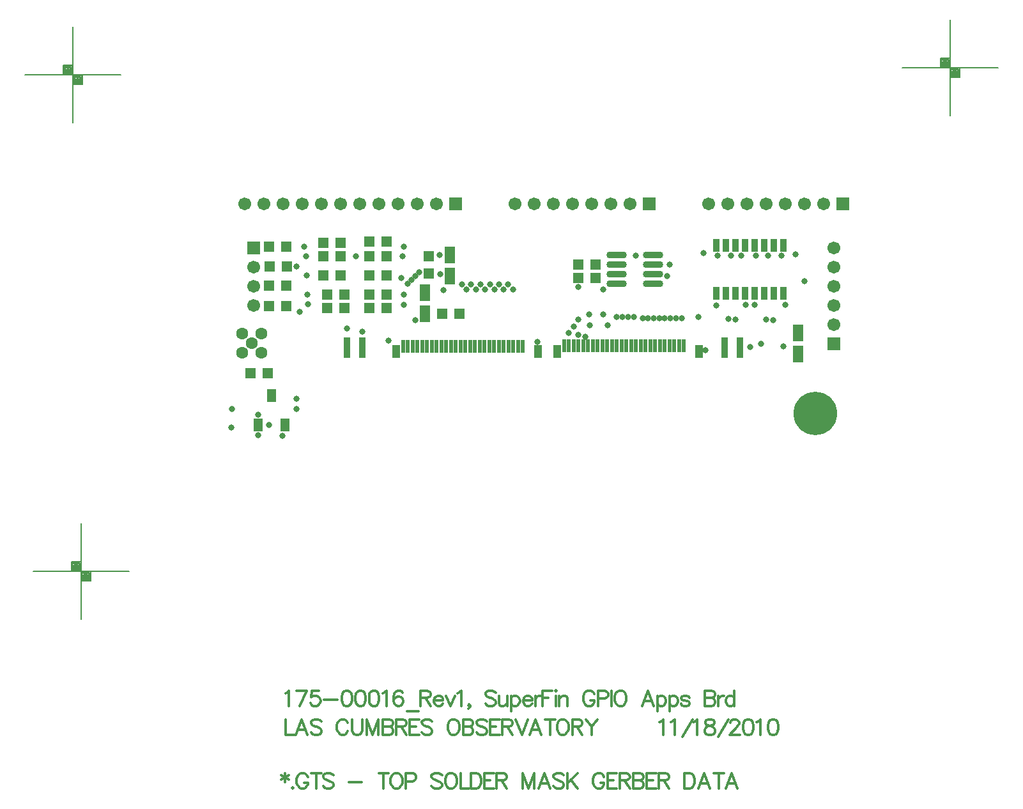
<source format=gts>
%FSLAX23Y23*%
%MOIN*%
G70*
G01*
G75*
G04 Layer_Color=8388736*
%ADD10R,0.030X0.060*%
%ADD11R,0.048X0.078*%
%ADD12O,0.098X0.028*%
%ADD13R,0.031X0.060*%
%ADD14R,0.014X0.060*%
%ADD15R,0.030X0.100*%
%ADD16R,0.039X0.059*%
%ADD17R,0.050X0.050*%
%ADD18R,0.050X0.050*%
%ADD19C,0.020*%
%ADD20C,0.005*%
%ADD21C,0.010*%
%ADD22C,0.012*%
%ADD23C,0.008*%
%ADD24C,0.012*%
%ADD25C,0.012*%
%ADD26C,0.055*%
%ADD27C,0.059*%
%ADD28R,0.059X0.059*%
%ADD29R,0.059X0.059*%
%ADD30C,0.219*%
%ADD31C,0.024*%
%ADD32C,0.040*%
G04:AMPARAMS|DCode=33|XSize=93.465mil|YSize=93.465mil|CornerRadius=0mil|HoleSize=0mil|Usage=FLASHONLY|Rotation=0.000|XOffset=0mil|YOffset=0mil|HoleType=Round|Shape=Relief|Width=10mil|Gap=10mil|Entries=4|*
%AMTHD33*
7,0,0,0.093,0.073,0.010,45*
%
%ADD33THD33*%
%ADD34C,0.073*%
%ADD35C,0.075*%
G04:AMPARAMS|DCode=36|XSize=95.433mil|YSize=95.433mil|CornerRadius=0mil|HoleSize=0mil|Usage=FLASHONLY|Rotation=0.000|XOffset=0mil|YOffset=0mil|HoleType=Round|Shape=Relief|Width=10mil|Gap=10mil|Entries=4|*
%AMTHD36*
7,0,0,0.095,0.075,0.010,45*
%
%ADD36THD36*%
%ADD37C,0.206*%
G04:AMPARAMS|DCode=38|XSize=70mil|YSize=70mil|CornerRadius=0mil|HoleSize=0mil|Usage=FLASHONLY|Rotation=0.000|XOffset=0mil|YOffset=0mil|HoleType=Round|Shape=Relief|Width=10mil|Gap=10mil|Entries=4|*
%AMTHD38*
7,0,0,0.070,0.050,0.010,45*
%
%ADD38THD38*%
%ADD39C,0.050*%
%ADD40O,0.091X0.024*%
%ADD41R,0.020X0.016*%
%ADD42R,0.020X0.020*%
%ADD43O,0.079X0.024*%
%ADD44R,0.017X0.045*%
%ADD45C,0.007*%
%ADD46C,0.010*%
%ADD47C,0.010*%
%ADD48C,0.008*%
%ADD49C,0.007*%
%ADD50C,0.006*%
%ADD51R,0.189X0.132*%
%ADD52R,0.038X0.068*%
%ADD53R,0.056X0.086*%
%ADD54O,0.106X0.036*%
%ADD55R,0.039X0.068*%
%ADD56R,0.022X0.068*%
%ADD57R,0.038X0.108*%
%ADD58R,0.047X0.067*%
%ADD59R,0.058X0.058*%
%ADD60R,0.058X0.058*%
%ADD61C,0.063*%
%ADD62C,0.067*%
%ADD63R,0.067X0.067*%
%ADD64R,0.067X0.067*%
%ADD65C,0.227*%
%ADD66C,0.032*%
D22*
X21602Y13720D02*
Y13675D01*
X21583Y13709D02*
X21621Y13686D01*
Y13709D02*
X21583Y13686D01*
X21641Y13648D02*
X21637Y13644D01*
X21641Y13640D01*
X21645Y13644D01*
X21641Y13648D01*
X21720Y13701D02*
X21716Y13709D01*
X21708Y13716D01*
X21701Y13720D01*
X21685D01*
X21678Y13716D01*
X21670Y13709D01*
X21666Y13701D01*
X21662Y13690D01*
Y13671D01*
X21666Y13659D01*
X21670Y13652D01*
X21678Y13644D01*
X21685Y13640D01*
X21701D01*
X21708Y13644D01*
X21716Y13652D01*
X21720Y13659D01*
Y13671D01*
X21701D02*
X21720D01*
X21765Y13720D02*
Y13640D01*
X21738Y13720D02*
X21791D01*
X21854Y13709D02*
X21846Y13716D01*
X21835Y13720D01*
X21820D01*
X21808Y13716D01*
X21801Y13709D01*
Y13701D01*
X21805Y13694D01*
X21808Y13690D01*
X21816Y13686D01*
X21839Y13678D01*
X21846Y13675D01*
X21850Y13671D01*
X21854Y13663D01*
Y13652D01*
X21846Y13644D01*
X21835Y13640D01*
X21820D01*
X21808Y13644D01*
X21801Y13652D01*
X21935Y13675D02*
X22003D01*
X22116Y13720D02*
Y13640D01*
X22090Y13720D02*
X22143D01*
X22176D02*
X22168Y13716D01*
X22160Y13709D01*
X22156Y13701D01*
X22153Y13690D01*
Y13671D01*
X22156Y13659D01*
X22160Y13652D01*
X22168Y13644D01*
X22176Y13640D01*
X22191D01*
X22198Y13644D01*
X22206Y13652D01*
X22210Y13659D01*
X22214Y13671D01*
Y13690D01*
X22210Y13701D01*
X22206Y13709D01*
X22198Y13716D01*
X22191Y13720D01*
X22176D01*
X22232Y13678D02*
X22267D01*
X22278Y13682D01*
X22282Y13686D01*
X22286Y13694D01*
Y13705D01*
X22282Y13713D01*
X22278Y13716D01*
X22267Y13720D01*
X22232D01*
Y13640D01*
X22420Y13709D02*
X22412Y13716D01*
X22401Y13720D01*
X22385D01*
X22374Y13716D01*
X22366Y13709D01*
Y13701D01*
X22370Y13694D01*
X22374Y13690D01*
X22382Y13686D01*
X22404Y13678D01*
X22412Y13675D01*
X22416Y13671D01*
X22420Y13663D01*
Y13652D01*
X22412Y13644D01*
X22401Y13640D01*
X22385D01*
X22374Y13644D01*
X22366Y13652D01*
X22460Y13720D02*
X22453Y13716D01*
X22445Y13709D01*
X22441Y13701D01*
X22438Y13690D01*
Y13671D01*
X22441Y13659D01*
X22445Y13652D01*
X22453Y13644D01*
X22460Y13640D01*
X22476D01*
X22483Y13644D01*
X22491Y13652D01*
X22495Y13659D01*
X22498Y13671D01*
Y13690D01*
X22495Y13701D01*
X22491Y13709D01*
X22483Y13716D01*
X22476Y13720D01*
X22460D01*
X22517D02*
Y13640D01*
X22563D01*
X22572Y13720D02*
Y13640D01*
Y13720D02*
X22598D01*
X22610Y13716D01*
X22617Y13709D01*
X22621Y13701D01*
X22625Y13690D01*
Y13671D01*
X22621Y13659D01*
X22617Y13652D01*
X22610Y13644D01*
X22598Y13640D01*
X22572D01*
X22692Y13720D02*
X22643D01*
Y13640D01*
X22692D01*
X22643Y13682D02*
X22673D01*
X22706Y13720D02*
Y13640D01*
Y13720D02*
X22740D01*
X22751Y13716D01*
X22755Y13713D01*
X22759Y13705D01*
Y13697D01*
X22755Y13690D01*
X22751Y13686D01*
X22740Y13682D01*
X22706D01*
X22732D02*
X22759Y13640D01*
X22840Y13720D02*
Y13640D01*
Y13720D02*
X22870Y13640D01*
X22901Y13720D02*
X22870Y13640D01*
X22901Y13720D02*
Y13640D01*
X22984D02*
X22954Y13720D01*
X22924Y13640D01*
X22935Y13667D02*
X22973D01*
X23056Y13709D02*
X23049Y13716D01*
X23037Y13720D01*
X23022D01*
X23011Y13716D01*
X23003Y13709D01*
Y13701D01*
X23007Y13694D01*
X23011Y13690D01*
X23018Y13686D01*
X23041Y13678D01*
X23049Y13675D01*
X23053Y13671D01*
X23056Y13663D01*
Y13652D01*
X23049Y13644D01*
X23037Y13640D01*
X23022D01*
X23011Y13644D01*
X23003Y13652D01*
X23074Y13720D02*
Y13640D01*
X23128Y13720D02*
X23074Y13667D01*
X23093Y13686D02*
X23128Y13640D01*
X23266Y13701D02*
X23262Y13709D01*
X23254Y13716D01*
X23247Y13720D01*
X23231D01*
X23224Y13716D01*
X23216Y13709D01*
X23212Y13701D01*
X23208Y13690D01*
Y13671D01*
X23212Y13659D01*
X23216Y13652D01*
X23224Y13644D01*
X23231Y13640D01*
X23247D01*
X23254Y13644D01*
X23262Y13652D01*
X23266Y13659D01*
Y13671D01*
X23247D02*
X23266D01*
X23333Y13720D02*
X23284D01*
Y13640D01*
X23333D01*
X23284Y13682D02*
X23314D01*
X23347Y13720D02*
Y13640D01*
Y13720D02*
X23381D01*
X23392Y13716D01*
X23396Y13713D01*
X23400Y13705D01*
Y13697D01*
X23396Y13690D01*
X23392Y13686D01*
X23381Y13682D01*
X23347D01*
X23373D02*
X23400Y13640D01*
X23418Y13720D02*
Y13640D01*
Y13720D02*
X23452D01*
X23464Y13716D01*
X23467Y13713D01*
X23471Y13705D01*
Y13697D01*
X23467Y13690D01*
X23464Y13686D01*
X23452Y13682D01*
X23418D02*
X23452D01*
X23464Y13678D01*
X23467Y13675D01*
X23471Y13667D01*
Y13656D01*
X23467Y13648D01*
X23464Y13644D01*
X23452Y13640D01*
X23418D01*
X23539Y13720D02*
X23489D01*
Y13640D01*
X23539D01*
X23489Y13682D02*
X23520D01*
X23552Y13720D02*
Y13640D01*
Y13720D02*
X23586D01*
X23598Y13716D01*
X23601Y13713D01*
X23605Y13705D01*
Y13697D01*
X23601Y13690D01*
X23598Y13686D01*
X23586Y13682D01*
X23552D01*
X23579D02*
X23605Y13640D01*
X23686Y13720D02*
Y13640D01*
Y13720D02*
X23713D01*
X23724Y13716D01*
X23732Y13709D01*
X23736Y13701D01*
X23739Y13690D01*
Y13671D01*
X23736Y13659D01*
X23732Y13652D01*
X23724Y13644D01*
X23713Y13640D01*
X23686D01*
X23818D02*
X23788Y13720D01*
X23757Y13640D01*
X23769Y13667D02*
X23807D01*
X23864Y13720D02*
Y13640D01*
X23837Y13720D02*
X23890D01*
X23961Y13640D02*
X23930Y13720D01*
X23900Y13640D01*
X23911Y13667D02*
X23949D01*
D23*
X24820Y17399D02*
X25320D01*
X25070Y17149D02*
Y17649D01*
X25020Y17399D02*
Y17449D01*
X25070D01*
X25120Y17349D02*
Y17399D01*
X25070Y17349D02*
X25120D01*
X25075Y17394D02*
X25115D01*
Y17354D02*
Y17394D01*
X25075Y17354D02*
X25115D01*
X25075D02*
Y17394D01*
X25080Y17389D02*
X25110D01*
Y17359D02*
Y17389D01*
X25080Y17359D02*
X25110D01*
X25080D02*
Y17384D01*
X25085D02*
X25105D01*
Y17364D02*
Y17384D01*
X25085Y17364D02*
X25105D01*
X25085D02*
Y17379D01*
X25090D02*
X25100D01*
Y17369D02*
Y17379D01*
X25090Y17369D02*
X25100D01*
X25090D02*
Y17379D01*
Y17374D02*
X25100D01*
X25025Y17444D02*
X25065D01*
Y17404D02*
Y17444D01*
X25025Y17404D02*
X25065D01*
X25025D02*
Y17444D01*
X25030Y17439D02*
X25060D01*
Y17409D02*
Y17439D01*
X25030Y17409D02*
X25060D01*
X25030D02*
Y17434D01*
X25035D02*
X25055D01*
Y17414D02*
Y17434D01*
X25035Y17414D02*
X25055D01*
X25035D02*
Y17429D01*
X25040D02*
X25050D01*
Y17419D02*
Y17429D01*
X25040Y17419D02*
X25050D01*
X25040D02*
Y17429D01*
Y17424D02*
X25050D01*
X20287Y14772D02*
X20787D01*
X20537Y14522D02*
Y15022D01*
X20487Y14772D02*
Y14822D01*
X20537D01*
X20587Y14722D02*
Y14772D01*
X20537Y14722D02*
X20587D01*
X20542Y14767D02*
X20582D01*
Y14727D02*
Y14767D01*
X20542Y14727D02*
X20582D01*
X20542D02*
Y14767D01*
X20547Y14762D02*
X20577D01*
Y14732D02*
Y14762D01*
X20547Y14732D02*
X20577D01*
X20547D02*
Y14757D01*
X20552D02*
X20572D01*
Y14737D02*
Y14757D01*
X20552Y14737D02*
X20572D01*
X20552D02*
Y14752D01*
X20557D02*
X20567D01*
Y14742D02*
Y14752D01*
X20557Y14742D02*
X20567D01*
X20557D02*
Y14752D01*
Y14747D02*
X20567D01*
X20492Y14817D02*
X20532D01*
Y14777D02*
Y14817D01*
X20492Y14777D02*
X20532D01*
X20492D02*
Y14817D01*
X20497Y14812D02*
X20527D01*
Y14782D02*
Y14812D01*
X20497Y14782D02*
X20527D01*
X20497D02*
Y14807D01*
X20502D02*
X20522D01*
Y14787D02*
Y14807D01*
X20502Y14787D02*
X20522D01*
X20502D02*
Y14802D01*
X20507D02*
X20517D01*
Y14792D02*
Y14802D01*
X20507Y14792D02*
X20517D01*
X20507D02*
Y14802D01*
Y14797D02*
X20517D01*
X20246Y17365D02*
X20746D01*
X20496Y17115D02*
Y17615D01*
X20446Y17365D02*
Y17415D01*
X20496D01*
X20546Y17315D02*
Y17365D01*
X20496Y17315D02*
X20546D01*
X20501Y17360D02*
X20541D01*
Y17320D02*
Y17360D01*
X20501Y17320D02*
X20541D01*
X20501D02*
Y17360D01*
X20506Y17355D02*
X20536D01*
Y17325D02*
Y17355D01*
X20506Y17325D02*
X20536D01*
X20506D02*
Y17350D01*
X20511D02*
X20531D01*
Y17330D02*
Y17350D01*
X20511Y17330D02*
X20531D01*
X20511D02*
Y17345D01*
X20516D02*
X20526D01*
Y17335D02*
Y17345D01*
X20516Y17335D02*
X20526D01*
X20516D02*
Y17345D01*
Y17340D02*
X20526D01*
X20451Y17410D02*
X20491D01*
Y17370D02*
Y17410D01*
X20451Y17370D02*
X20491D01*
X20451D02*
Y17410D01*
X20456Y17405D02*
X20486D01*
Y17375D02*
Y17405D01*
X20456Y17375D02*
X20486D01*
X20456D02*
Y17400D01*
X20461D02*
X20481D01*
Y17380D02*
Y17400D01*
X20461Y17380D02*
X20481D01*
X20461D02*
Y17395D01*
X20466D02*
X20476D01*
Y17385D02*
Y17395D01*
X20466Y17385D02*
X20476D01*
X20466D02*
Y17395D01*
Y17390D02*
X20476D01*
D24*
X21604Y14001D02*
Y13921D01*
X21650D01*
X21719D02*
X21689Y14001D01*
X21658Y13921D01*
X21670Y13948D02*
X21708D01*
X21791Y13989D02*
X21784Y13997D01*
X21772Y14001D01*
X21757D01*
X21746Y13997D01*
X21738Y13989D01*
Y13982D01*
X21742Y13974D01*
X21746Y13970D01*
X21753Y13967D01*
X21776Y13959D01*
X21784Y13955D01*
X21787Y13951D01*
X21791Y13944D01*
Y13932D01*
X21784Y13925D01*
X21772Y13921D01*
X21757D01*
X21746Y13925D01*
X21738Y13932D01*
X21929Y13982D02*
X21925Y13989D01*
X21918Y13997D01*
X21910Y14001D01*
X21895D01*
X21887Y13997D01*
X21880Y13989D01*
X21876Y13982D01*
X21872Y13970D01*
Y13951D01*
X21876Y13940D01*
X21880Y13932D01*
X21887Y13925D01*
X21895Y13921D01*
X21910D01*
X21918Y13925D01*
X21925Y13932D01*
X21929Y13940D01*
X21952Y14001D02*
Y13944D01*
X21955Y13932D01*
X21963Y13925D01*
X21974Y13921D01*
X21982D01*
X21994Y13925D01*
X22001Y13932D01*
X22005Y13944D01*
Y14001D01*
X22027D02*
Y13921D01*
Y14001D02*
X22058Y13921D01*
X22088Y14001D02*
X22058Y13921D01*
X22088Y14001D02*
Y13921D01*
X22111Y14001D02*
Y13921D01*
Y14001D02*
X22145D01*
X22157Y13997D01*
X22160Y13993D01*
X22164Y13986D01*
Y13978D01*
X22160Y13970D01*
X22157Y13967D01*
X22145Y13963D01*
X22111D02*
X22145D01*
X22157Y13959D01*
X22160Y13955D01*
X22164Y13948D01*
Y13936D01*
X22160Y13928D01*
X22157Y13925D01*
X22145Y13921D01*
X22111D01*
X22182Y14001D02*
Y13921D01*
Y14001D02*
X22216D01*
X22228Y13997D01*
X22232Y13993D01*
X22235Y13986D01*
Y13978D01*
X22232Y13970D01*
X22228Y13967D01*
X22216Y13963D01*
X22182D01*
X22209D02*
X22235Y13921D01*
X22303Y14001D02*
X22253D01*
Y13921D01*
X22303D01*
X22253Y13963D02*
X22284D01*
X22369Y13989D02*
X22362Y13997D01*
X22350Y14001D01*
X22335D01*
X22324Y13997D01*
X22316Y13989D01*
Y13982D01*
X22320Y13974D01*
X22324Y13970D01*
X22331Y13967D01*
X22354Y13959D01*
X22362Y13955D01*
X22366Y13951D01*
X22369Y13944D01*
Y13932D01*
X22362Y13925D01*
X22350Y13921D01*
X22335D01*
X22324Y13925D01*
X22316Y13932D01*
X22473Y14001D02*
X22465Y13997D01*
X22458Y13989D01*
X22454Y13982D01*
X22450Y13970D01*
Y13951D01*
X22454Y13940D01*
X22458Y13932D01*
X22465Y13925D01*
X22473Y13921D01*
X22488D01*
X22496Y13925D01*
X22504Y13932D01*
X22507Y13940D01*
X22511Y13951D01*
Y13970D01*
X22507Y13982D01*
X22504Y13989D01*
X22496Y13997D01*
X22488Y14001D01*
X22473D01*
X22530D02*
Y13921D01*
Y14001D02*
X22564D01*
X22576Y13997D01*
X22579Y13993D01*
X22583Y13986D01*
Y13978D01*
X22579Y13970D01*
X22576Y13967D01*
X22564Y13963D01*
X22530D02*
X22564D01*
X22576Y13959D01*
X22579Y13955D01*
X22583Y13948D01*
Y13936D01*
X22579Y13928D01*
X22576Y13925D01*
X22564Y13921D01*
X22530D01*
X22654Y13989D02*
X22647Y13997D01*
X22635Y14001D01*
X22620D01*
X22609Y13997D01*
X22601Y13989D01*
Y13982D01*
X22605Y13974D01*
X22609Y13970D01*
X22616Y13967D01*
X22639Y13959D01*
X22647Y13955D01*
X22651Y13951D01*
X22654Y13944D01*
Y13932D01*
X22647Y13925D01*
X22635Y13921D01*
X22620D01*
X22609Y13925D01*
X22601Y13932D01*
X22722Y14001D02*
X22672D01*
Y13921D01*
X22722D01*
X22672Y13963D02*
X22703D01*
X22735Y14001D02*
Y13921D01*
Y14001D02*
X22769D01*
X22781Y13997D01*
X22785Y13993D01*
X22788Y13986D01*
Y13978D01*
X22785Y13970D01*
X22781Y13967D01*
X22769Y13963D01*
X22735D01*
X22762D02*
X22788Y13921D01*
X22806Y14001D02*
X22837Y13921D01*
X22867Y14001D02*
X22837Y13921D01*
X22938D02*
X22908Y14001D01*
X22878Y13921D01*
X22889Y13948D02*
X22927D01*
X22984Y14001D02*
Y13921D01*
X22957Y14001D02*
X23010D01*
X23043D02*
X23035Y13997D01*
X23028Y13989D01*
X23024Y13982D01*
X23020Y13970D01*
Y13951D01*
X23024Y13940D01*
X23028Y13932D01*
X23035Y13925D01*
X23043Y13921D01*
X23058D01*
X23066Y13925D01*
X23073Y13932D01*
X23077Y13940D01*
X23081Y13951D01*
Y13970D01*
X23077Y13982D01*
X23073Y13989D01*
X23066Y13997D01*
X23058Y14001D01*
X23043D01*
X23100D02*
Y13921D01*
Y14001D02*
X23134D01*
X23145Y13997D01*
X23149Y13993D01*
X23153Y13986D01*
Y13978D01*
X23149Y13970D01*
X23145Y13967D01*
X23134Y13963D01*
X23100D01*
X23126D02*
X23153Y13921D01*
X23171Y14001D02*
X23201Y13963D01*
Y13921D01*
X23232Y14001D02*
X23201Y13963D01*
X23556Y13986D02*
X23564Y13989D01*
X23575Y14001D01*
Y13921D01*
X23615Y13986D02*
X23623Y13989D01*
X23634Y14001D01*
Y13921D01*
X23674Y13909D02*
X23727Y14001D01*
X23732Y13986D02*
X23740Y13989D01*
X23751Y14001D01*
Y13921D01*
X23810Y14001D02*
X23798Y13997D01*
X23795Y13989D01*
Y13982D01*
X23798Y13974D01*
X23806Y13970D01*
X23821Y13967D01*
X23833Y13963D01*
X23840Y13955D01*
X23844Y13948D01*
Y13936D01*
X23840Y13928D01*
X23837Y13925D01*
X23825Y13921D01*
X23810D01*
X23798Y13925D01*
X23795Y13928D01*
X23791Y13936D01*
Y13948D01*
X23795Y13955D01*
X23802Y13963D01*
X23814Y13967D01*
X23829Y13970D01*
X23837Y13974D01*
X23840Y13982D01*
Y13989D01*
X23837Y13997D01*
X23825Y14001D01*
X23810D01*
X23862Y13909D02*
X23915Y14001D01*
X23925Y13982D02*
Y13986D01*
X23928Y13993D01*
X23932Y13997D01*
X23940Y14001D01*
X23955D01*
X23963Y13997D01*
X23966Y13993D01*
X23970Y13986D01*
Y13978D01*
X23966Y13970D01*
X23959Y13959D01*
X23921Y13921D01*
X23974D01*
X24015Y14001D02*
X24003Y13997D01*
X23996Y13986D01*
X23992Y13967D01*
Y13955D01*
X23996Y13936D01*
X24003Y13925D01*
X24015Y13921D01*
X24022D01*
X24034Y13925D01*
X24041Y13936D01*
X24045Y13955D01*
Y13967D01*
X24041Y13986D01*
X24034Y13997D01*
X24022Y14001D01*
X24015D01*
X24063Y13986D02*
X24071Y13989D01*
X24082Y14001D01*
Y13921D01*
X24145Y14001D02*
X24133Y13997D01*
X24126Y13986D01*
X24122Y13967D01*
Y13955D01*
X24126Y13936D01*
X24133Y13925D01*
X24145Y13921D01*
X24152D01*
X24164Y13925D01*
X24171Y13936D01*
X24175Y13955D01*
Y13967D01*
X24171Y13986D01*
X24164Y13997D01*
X24152Y14001D01*
X24145D01*
D25*
X21604Y14136D02*
X21612Y14139D01*
X21623Y14151D01*
Y14071D01*
X21716Y14151D02*
X21678Y14071D01*
X21663Y14151D02*
X21716D01*
X21779D02*
X21741D01*
X21738Y14117D01*
X21741Y14120D01*
X21753Y14124D01*
X21764D01*
X21776Y14120D01*
X21783Y14113D01*
X21787Y14101D01*
Y14094D01*
X21783Y14082D01*
X21776Y14075D01*
X21764Y14071D01*
X21753D01*
X21741Y14075D01*
X21738Y14079D01*
X21734Y14086D01*
X21805Y14105D02*
X21874D01*
X21920Y14151D02*
X21909Y14147D01*
X21901Y14136D01*
X21897Y14117D01*
Y14105D01*
X21901Y14086D01*
X21909Y14075D01*
X21920Y14071D01*
X21928D01*
X21939Y14075D01*
X21947Y14086D01*
X21950Y14105D01*
Y14117D01*
X21947Y14136D01*
X21939Y14147D01*
X21928Y14151D01*
X21920D01*
X21991D02*
X21980Y14147D01*
X21972Y14136D01*
X21968Y14117D01*
Y14105D01*
X21972Y14086D01*
X21980Y14075D01*
X21991Y14071D01*
X21999D01*
X22010Y14075D01*
X22018Y14086D01*
X22022Y14105D01*
Y14117D01*
X22018Y14136D01*
X22010Y14147D01*
X21999Y14151D01*
X21991D01*
X22062D02*
X22051Y14147D01*
X22043Y14136D01*
X22040Y14117D01*
Y14105D01*
X22043Y14086D01*
X22051Y14075D01*
X22062Y14071D01*
X22070D01*
X22082Y14075D01*
X22089Y14086D01*
X22093Y14105D01*
Y14117D01*
X22089Y14136D01*
X22082Y14147D01*
X22070Y14151D01*
X22062D01*
X22111Y14136D02*
X22118Y14139D01*
X22130Y14151D01*
Y14071D01*
X22215Y14139D02*
X22211Y14147D01*
X22200Y14151D01*
X22192D01*
X22181Y14147D01*
X22173Y14136D01*
X22169Y14117D01*
Y14098D01*
X22173Y14082D01*
X22181Y14075D01*
X22192Y14071D01*
X22196D01*
X22208Y14075D01*
X22215Y14082D01*
X22219Y14094D01*
Y14098D01*
X22215Y14109D01*
X22208Y14117D01*
X22196Y14120D01*
X22192D01*
X22181Y14117D01*
X22173Y14109D01*
X22169Y14098D01*
X22237Y14044D02*
X22297D01*
X22308Y14151D02*
Y14071D01*
Y14151D02*
X22342D01*
X22353Y14147D01*
X22357Y14143D01*
X22361Y14136D01*
Y14128D01*
X22357Y14120D01*
X22353Y14117D01*
X22342Y14113D01*
X22308D01*
X22334D02*
X22361Y14071D01*
X22379Y14101D02*
X22425D01*
Y14109D01*
X22421Y14117D01*
X22417Y14120D01*
X22409Y14124D01*
X22398D01*
X22390Y14120D01*
X22383Y14113D01*
X22379Y14101D01*
Y14094D01*
X22383Y14082D01*
X22390Y14075D01*
X22398Y14071D01*
X22409D01*
X22417Y14075D01*
X22425Y14082D01*
X22442Y14124D02*
X22465Y14071D01*
X22488Y14124D02*
X22465Y14071D01*
X22500Y14136D02*
X22508Y14139D01*
X22520Y14151D01*
Y14071D01*
X22567Y14075D02*
X22563Y14071D01*
X22559Y14075D01*
X22563Y14079D01*
X22567Y14075D01*
Y14067D01*
X22563Y14059D01*
X22559Y14056D01*
X22700Y14139D02*
X22693Y14147D01*
X22681Y14151D01*
X22666D01*
X22655Y14147D01*
X22647Y14139D01*
Y14132D01*
X22651Y14124D01*
X22655Y14120D01*
X22662Y14117D01*
X22685Y14109D01*
X22693Y14105D01*
X22697Y14101D01*
X22700Y14094D01*
Y14082D01*
X22693Y14075D01*
X22681Y14071D01*
X22666D01*
X22655Y14075D01*
X22647Y14082D01*
X22718Y14124D02*
Y14086D01*
X22722Y14075D01*
X22730Y14071D01*
X22741D01*
X22749Y14075D01*
X22760Y14086D01*
Y14124D02*
Y14071D01*
X22781Y14124D02*
Y14044D01*
Y14113D02*
X22789Y14120D01*
X22796Y14124D01*
X22808D01*
X22815Y14120D01*
X22823Y14113D01*
X22827Y14101D01*
Y14094D01*
X22823Y14082D01*
X22815Y14075D01*
X22808Y14071D01*
X22796D01*
X22789Y14075D01*
X22781Y14082D01*
X22844Y14101D02*
X22890D01*
Y14109D01*
X22886Y14117D01*
X22882Y14120D01*
X22874Y14124D01*
X22863D01*
X22855Y14120D01*
X22848Y14113D01*
X22844Y14101D01*
Y14094D01*
X22848Y14082D01*
X22855Y14075D01*
X22863Y14071D01*
X22874D01*
X22882Y14075D01*
X22890Y14082D01*
X22907Y14124D02*
Y14071D01*
Y14101D02*
X22911Y14113D01*
X22918Y14120D01*
X22926Y14124D01*
X22937D01*
X22945Y14151D02*
Y14071D01*
Y14151D02*
X22994D01*
X22945Y14113D02*
X22975D01*
X23011Y14151D02*
X23015Y14147D01*
X23018Y14151D01*
X23015Y14155D01*
X23011Y14151D01*
X23015Y14124D02*
Y14071D01*
X23033Y14124D02*
Y14071D01*
Y14109D02*
X23044Y14120D01*
X23052Y14124D01*
X23063D01*
X23071Y14120D01*
X23074Y14109D01*
Y14071D01*
X23215Y14132D02*
X23212Y14139D01*
X23204Y14147D01*
X23196Y14151D01*
X23181D01*
X23173Y14147D01*
X23166Y14139D01*
X23162Y14132D01*
X23158Y14120D01*
Y14101D01*
X23162Y14090D01*
X23166Y14082D01*
X23173Y14075D01*
X23181Y14071D01*
X23196D01*
X23204Y14075D01*
X23212Y14082D01*
X23215Y14090D01*
Y14101D01*
X23196D02*
X23215D01*
X23234Y14109D02*
X23268D01*
X23279Y14113D01*
X23283Y14117D01*
X23287Y14124D01*
Y14136D01*
X23283Y14143D01*
X23279Y14147D01*
X23268Y14151D01*
X23234D01*
Y14071D01*
X23305Y14151D02*
Y14071D01*
X23344Y14151D02*
X23337Y14147D01*
X23329Y14139D01*
X23325Y14132D01*
X23322Y14120D01*
Y14101D01*
X23325Y14090D01*
X23329Y14082D01*
X23337Y14075D01*
X23344Y14071D01*
X23360D01*
X23367Y14075D01*
X23375Y14082D01*
X23379Y14090D01*
X23383Y14101D01*
Y14120D01*
X23379Y14132D01*
X23375Y14139D01*
X23367Y14147D01*
X23360Y14151D01*
X23344D01*
X23525Y14071D02*
X23495Y14151D01*
X23464Y14071D01*
X23476Y14098D02*
X23514D01*
X23544Y14124D02*
Y14044D01*
Y14113D02*
X23551Y14120D01*
X23559Y14124D01*
X23570D01*
X23578Y14120D01*
X23586Y14113D01*
X23589Y14101D01*
Y14094D01*
X23586Y14082D01*
X23578Y14075D01*
X23570Y14071D01*
X23559D01*
X23551Y14075D01*
X23544Y14082D01*
X23607Y14124D02*
Y14044D01*
Y14113D02*
X23614Y14120D01*
X23622Y14124D01*
X23633D01*
X23641Y14120D01*
X23648Y14113D01*
X23652Y14101D01*
Y14094D01*
X23648Y14082D01*
X23641Y14075D01*
X23633Y14071D01*
X23622D01*
X23614Y14075D01*
X23607Y14082D01*
X23711Y14113D02*
X23707Y14120D01*
X23696Y14124D01*
X23685D01*
X23673Y14120D01*
X23669Y14113D01*
X23673Y14105D01*
X23681Y14101D01*
X23700Y14098D01*
X23707Y14094D01*
X23711Y14086D01*
Y14082D01*
X23707Y14075D01*
X23696Y14071D01*
X23685D01*
X23673Y14075D01*
X23669Y14082D01*
X23791Y14151D02*
Y14071D01*
Y14151D02*
X23825D01*
X23837Y14147D01*
X23840Y14143D01*
X23844Y14136D01*
Y14128D01*
X23840Y14120D01*
X23837Y14117D01*
X23825Y14113D01*
X23791D02*
X23825D01*
X23837Y14109D01*
X23840Y14105D01*
X23844Y14098D01*
Y14086D01*
X23840Y14079D01*
X23837Y14075D01*
X23825Y14071D01*
X23791D01*
X23862Y14124D02*
Y14071D01*
Y14101D02*
X23866Y14113D01*
X23874Y14120D01*
X23881Y14124D01*
X23893D01*
X23945Y14151D02*
Y14071D01*
Y14113D02*
X23938Y14120D01*
X23930Y14124D01*
X23919D01*
X23911Y14120D01*
X23904Y14113D01*
X23900Y14101D01*
Y14094D01*
X23904Y14082D01*
X23911Y14075D01*
X23919Y14071D01*
X23930D01*
X23938Y14075D01*
X23945Y14082D01*
D52*
X24202Y16472D02*
D03*
X24152D02*
D03*
X24102D02*
D03*
X24052D02*
D03*
X24002D02*
D03*
X23952D02*
D03*
X23902D02*
D03*
X23852D02*
D03*
Y16222D02*
D03*
X23902D02*
D03*
X23952D02*
D03*
X24002D02*
D03*
X24052D02*
D03*
X24102D02*
D03*
X24152D02*
D03*
X24202D02*
D03*
D53*
X22462Y16312D02*
D03*
Y16422D02*
D03*
X22332Y16117D02*
D03*
Y16227D02*
D03*
X24277Y16017D02*
D03*
Y15907D02*
D03*
D54*
X23330Y16422D02*
D03*
Y16372D02*
D03*
Y16322D02*
D03*
Y16272D02*
D03*
X23523Y16422D02*
D03*
Y16372D02*
D03*
Y16322D02*
D03*
Y16272D02*
D03*
D55*
X23020Y15921D02*
D03*
X23760D02*
D03*
X22920D02*
D03*
X22180D02*
D03*
D56*
X23683Y15949D02*
D03*
X23658D02*
D03*
X23633D02*
D03*
X23608D02*
D03*
X23583D02*
D03*
X23558D02*
D03*
X23533D02*
D03*
X23508D02*
D03*
X23483D02*
D03*
X23458D02*
D03*
X23433D02*
D03*
X23408D02*
D03*
X23383D02*
D03*
X23358D02*
D03*
X23333D02*
D03*
X23308D02*
D03*
X23283D02*
D03*
X23258D02*
D03*
X23233D02*
D03*
X23208D02*
D03*
X23183D02*
D03*
X23158D02*
D03*
X23133D02*
D03*
X23108D02*
D03*
X23083D02*
D03*
X23058D02*
D03*
X22842Y15948D02*
D03*
X22817D02*
D03*
X22792D02*
D03*
X22767D02*
D03*
X22742D02*
D03*
X22717D02*
D03*
X22692D02*
D03*
X22667D02*
D03*
X22642D02*
D03*
X22617D02*
D03*
X22592D02*
D03*
X22567D02*
D03*
X22542D02*
D03*
X22517D02*
D03*
X22492D02*
D03*
X22467D02*
D03*
X22442D02*
D03*
X22417D02*
D03*
X22392D02*
D03*
X22367D02*
D03*
X22342D02*
D03*
X22317D02*
D03*
X22292D02*
D03*
X22267D02*
D03*
X22242D02*
D03*
X22217D02*
D03*
D57*
X21926Y15939D02*
D03*
X22005D02*
D03*
X23896Y15940D02*
D03*
X23975D02*
D03*
D58*
X21463Y15538D02*
D03*
X21532Y15691D02*
D03*
X21601Y15538D02*
D03*
D59*
X21422Y15807D02*
D03*
X21512D02*
D03*
X21607Y16157D02*
D03*
X21517D02*
D03*
X22130Y16217D02*
D03*
X22040D02*
D03*
X22130Y16147D02*
D03*
X22040D02*
D03*
X21612Y16362D02*
D03*
X21522D02*
D03*
X22130Y16417D02*
D03*
X22040D02*
D03*
X22130Y16492D02*
D03*
X22040D02*
D03*
X21607Y16467D02*
D03*
X21517D02*
D03*
X21803Y16417D02*
D03*
X21893D02*
D03*
X21803Y16487D02*
D03*
X21893D02*
D03*
X21607Y16262D02*
D03*
X21517D02*
D03*
X21822Y16217D02*
D03*
X21912D02*
D03*
X21822Y16147D02*
D03*
X21912D02*
D03*
X23222Y16302D02*
D03*
X23132D02*
D03*
Y16372D02*
D03*
X23222D02*
D03*
X22512Y16117D02*
D03*
X22422D02*
D03*
X22040Y16317D02*
D03*
X22130D02*
D03*
X21893D02*
D03*
X21803D02*
D03*
D60*
X22352Y16417D02*
D03*
Y16327D02*
D03*
D61*
X21477Y15912D02*
D03*
Y16012D02*
D03*
X21377D02*
D03*
Y15912D02*
D03*
X21427Y15962D02*
D03*
D62*
X23810Y16690D02*
D03*
X23910D02*
D03*
X24010D02*
D03*
X24110D02*
D03*
X24210D02*
D03*
X24310D02*
D03*
X24410D02*
D03*
X24466Y16061D02*
D03*
Y16161D02*
D03*
Y16261D02*
D03*
Y16361D02*
D03*
Y16461D02*
D03*
X21438Y16161D02*
D03*
Y16261D02*
D03*
Y16361D02*
D03*
X22391Y16690D02*
D03*
X22291D02*
D03*
X22191D02*
D03*
X22091D02*
D03*
X21991D02*
D03*
X21891D02*
D03*
X21791D02*
D03*
X21691D02*
D03*
X21591D02*
D03*
X21491D02*
D03*
X21391D02*
D03*
X22800Y16690D02*
D03*
X22900D02*
D03*
X23000D02*
D03*
X23100D02*
D03*
X23200D02*
D03*
X23300D02*
D03*
X23400D02*
D03*
D63*
X24510D02*
D03*
X22491Y16690D02*
D03*
X23500Y16690D02*
D03*
D64*
X24466Y15961D02*
D03*
X21438Y16461D02*
D03*
D65*
X24367Y15596D02*
D03*
D66*
X21589Y15481D02*
D03*
X21518Y15537D02*
D03*
X21462Y15483D02*
D03*
X21325Y15620D02*
D03*
X21321Y15524D02*
D03*
X21461Y15591D02*
D03*
X21663Y15621D02*
D03*
Y15673D02*
D03*
X22718Y16269D02*
D03*
X22694Y16245D02*
D03*
X22742D02*
D03*
X22645D02*
D03*
X22597D02*
D03*
X22549D02*
D03*
X22621Y16269D02*
D03*
X22670D02*
D03*
X22766D02*
D03*
X21679Y16126D02*
D03*
X21661Y16363D02*
D03*
X24264Y16428D02*
D03*
X24313Y16286D02*
D03*
X24192Y16421D02*
D03*
X24122D02*
D03*
X24057Y16420D02*
D03*
X23983D02*
D03*
X23929Y16421D02*
D03*
X23857Y16420D02*
D03*
X23784Y16435D02*
D03*
X23850Y16159D02*
D03*
X23952Y16088D02*
D03*
X24005Y16165D02*
D03*
X24053Y16163D02*
D03*
X24113Y16087D02*
D03*
X24147Y16084D02*
D03*
X24213Y16165D02*
D03*
X23583Y16093D02*
D03*
X23554D02*
D03*
X23525D02*
D03*
X23496D02*
D03*
X23467D02*
D03*
X23612D02*
D03*
X23641D02*
D03*
X23670D02*
D03*
X23333Y16100D02*
D03*
X23362D02*
D03*
X23391D02*
D03*
X23420D02*
D03*
X22525Y16269D02*
D03*
X22573D02*
D03*
X22790Y16245D02*
D03*
X22302Y16333D02*
D03*
X22281Y16313D02*
D03*
X22261Y16292D02*
D03*
X22240Y16272D02*
D03*
X23262Y16115D02*
D03*
X23284Y16056D02*
D03*
X23108Y16051D02*
D03*
X23082Y16016D02*
D03*
X23188Y16114D02*
D03*
X23191Y16058D02*
D03*
X23167Y15998D02*
D03*
X22917Y15971D02*
D03*
X23795Y15927D02*
D03*
X24028Y15943D02*
D03*
X22140Y15976D02*
D03*
X21710Y16417D02*
D03*
X21702Y16467D02*
D03*
X21715Y16318D02*
D03*
X21717Y16216D02*
D03*
X21720Y16168D02*
D03*
X22209Y16302D02*
D03*
X21973Y16418D02*
D03*
X22221Y16216D02*
D03*
Y16165D02*
D03*
X22216Y16418D02*
D03*
X22223Y16467D02*
D03*
X23609Y16373D02*
D03*
X23431Y16421D02*
D03*
X23132Y16258D02*
D03*
X23596Y16313D02*
D03*
X22004Y16022D02*
D03*
X21926Y16039D02*
D03*
X23131Y16087D02*
D03*
X23757Y16101D02*
D03*
X24085Y15961D02*
D03*
X24201Y15947D02*
D03*
X22281Y16082D02*
D03*
X22408Y16423D02*
D03*
X22429Y16239D02*
D03*
X22412Y16324D02*
D03*
X23131Y16006D02*
D03*
X23261Y16243D02*
D03*
X23916Y16089D02*
D03*
M02*

</source>
